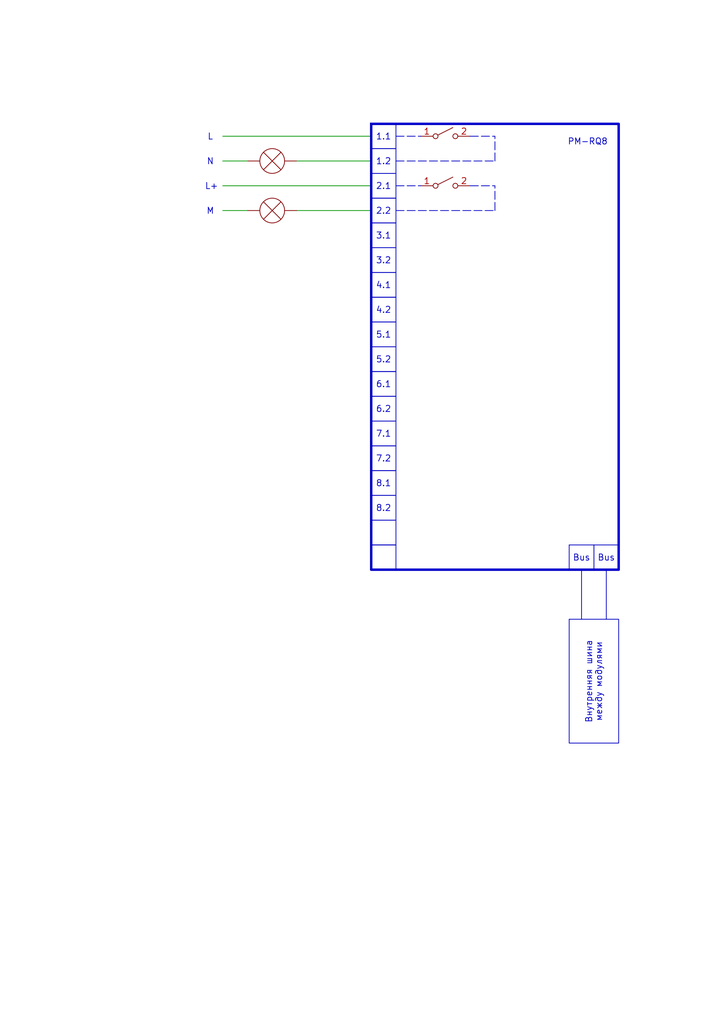
<source format=kicad_sch>
(kicad_sch (version 20231120) (generator "eeschema") (generator_version "8.0")
  (paper "A5" portrait)
  (title_block (title "Схема внешних подключений PM-RQ8") (date "2024-07-12") (comment 2 "Konstantin"))
  (lib_symbols
    (symbol "Device:Lamp" (pin_numbers hide) (pin_names (offset 0.0254) hide)
      (property "Reference" "LA" (at 0.635 3.81 0))
      (property "Value" "Lamp" (at 0.635 -3.81 0))
      (symbol "Lamp_0_1"
        (polyline (pts (xy -1.778 1.778) (xy 1.778 -1.778)))
        (polyline (pts (xy 1.778 1.778) (xy -1.778 -1.778)))
        (circle (center 0 0) (radius 2.54))
      )
      (symbol "Lamp_1_1"
        (pin passive line (at 0 -5.08 90) (length 2.54) (name "-") (number "1"))
        (pin passive line (at 0 5.08 270) (length 2.54) (name "+") (number "2"))
      )
    )
    (symbol "Switch:SW_SPST" (pin_names (offset 0) hide)
      (property "Reference" "SW" (at 0 3.175 0))
      (property "Value" "SW_SPST" (at 0 -2.54 0))
      (symbol "SW_SPST_0_0"
        (circle (center -2.032 0) (radius 0.508))
        (polyline (pts (xy -1.524 0.254) (xy 1.524 1.778)))
        (circle (center 2.032 0) (radius 0.508))
      )
      (symbol "SW_SPST_1_1"
        (pin passive line (at -5.08 0 0) (length 2.54) (name "A") (number "1"))
        (pin passive line (at 5.08 0 180) (length 2.54) (name "B") (number "2"))
      )
    )
  )
  (polyline (pts (xy 81.28 38.1) (xy 86.36 38.1)) (stroke (width 0) (type dash)))
  (polyline (pts (xy 101.6 33.02) (xy 101.6 27.94)) (stroke (width 0) (type dash)))
  (wire (pts (xy 45.72 33.02) (xy 50.8 33.02)))
  (wire (pts (xy 60.96 43.18) (xy 76.2 43.18)))
  (polyline (pts (xy 81.28 27.94) (xy 86.36 27.94)) (stroke (width 0) (type dash)))
  (polyline (pts (xy 119.38 116.84) (xy 119.38 127)))
  (wire (pts (xy 45.72 43.18) (xy 50.8 43.18)))
  (polyline (pts (xy 101.6 43.18) (xy 101.6 38.1)) (stroke (width 0) (type dash)))
  (wire (pts (xy 60.96 33.02) (xy 76.2 33.02)))
  (wire (pts (xy 45.72 27.94) (xy 76.2 27.94)))
  (polyline (pts (xy 96.52 38.1) (xy 101.6 38.1)) (stroke (width 0) (type dash)))
  (polyline (pts (xy 124.46 116.84) (xy 124.46 127)))
  (polyline (pts (xy 81.28 33.02) (xy 101.6 33.02)) (stroke (width 0) (type dash)))
  (polyline (pts (xy 81.28 43.18) (xy 101.6 43.18)) (stroke (width 0) (type dash)))
  (polyline (pts (xy 96.52 27.94) (xy 101.6 27.94)) (stroke (width 0) (type dash)))
  (wire (pts (xy 45.72 38.1) (xy 76.2 38.1)))
  (rectangle (start 76.2 111.76) (end 81.28 116.84))
  (rectangle (start 76.2 25.4) (end 127 116.84) (stroke (width 0.5)))
  (rectangle (start 76.2 106.68) (end 81.28 111.76))
  (text_box "2.2" (at 76.2 40.64 0) (size 5.08 5.08) (effects (font (size 1.27 1.27))))
  (text_box "8.2" (at 76.2 101.6 0) (size 5.08 5.08) (effects (font (size 1.27 1.27))))
  (text_box "Bus" (at 121.92 111.76 0) (size 5.08 5.08) (effects (font (size 1.27 1.27))))
  (text_box "5.1" (at 76.2 66.04 0) (size 5.08 5.08) (effects (font (size 1.27 1.27))))
  (text_box "1.2" (at 76.2 30.48 0) (size 5.08 5.08) (effects (font (size 1.27 1.27))))
  (text_box "2.1" (at 76.2 35.56 0) (size 5.08 5.08) (effects (font (size 1.27 1.27))))
  (text_box "6.2" (at 76.2 81.28 0) (size 5.08 5.08) (effects (font (size 1.27 1.27))))
  (text_box "4.1" (at 76.2 55.88 0) (size 5.08 5.08) (effects (font (size 1.27 1.27))))
  (text_box "5.2" (at 76.2 71.12 0) (size 5.08 5.08) (effects (font (size 1.27 1.27))))
  (text_box "4.2" (at 76.2 60.96 0) (size 5.08 5.08) (effects (font (size 1.27 1.27))))
  (text_box "3.1" (at 76.2 45.72 0) (size 5.08 5.08) (effects (font (size 1.27 1.27))))
  (text_box "8.1" (at 76.2 96.52 0) (size 5.08 5.08) (effects (font (size 1.27 1.27))))
  (text_box "Bus" (at 116.84 111.76 0) (size 5.08 5.08) (effects (font (size 1.27 1.27))))
  (text_box "Внутренняя шина между модулями" (at 116.84 127 90) (size 10.16 25.4) (effects (font (size 1.27 1.27))))
  (text_box "7.2" (at 76.2 91.44 0) (size 5.08 5.08) (effects (font (size 1.27 1.27))))
  (text_box "7.1" (at 76.2 86.36 0) (size 5.08 5.08) (effects (font (size 1.27 1.27))))
  (text_box "1.1" (at 76.2 25.4 0) (size 5.08 5.08) (effects (font (size 1.27 1.27))))
  (text_box "6.1" (at 76.2 76.2 0) (size 5.08 5.08) (effects (font (size 1.27 1.27))))
  (text_box "3.2" (at 76.2 50.8 0) (size 5.08 5.08) (effects (font (size 1.27 1.27))))
  (text "N" (at 43.18 33.274 0) (effects (font (size 1.27 1.27))))
  (text "L+" (at 43.434 38.354 0) (effects (font (size 1.27 1.27))))
  (text "M" (at 43.18 43.434 0) (effects (font (size 1.27 1.27))))
  (text "L" (at 43.18 28.194 0) (effects (font (size 1.27 1.27))))
  (text "PM-RQ8" (at 120.65 29.21 0) (effects (font (size 1.27 1.27))))
  (symbol (lib_id "Device:Lamp") (at 55.88 33.02 90) (unit 1)
    (property "Reference" "LA1" (effects (hide yes)))
    (property "Value" "Lamp" (effects (hide yes)))
    (property "Description" "Lamp" (effects (hide yes)))
  )
  (symbol (lib_id "Switch:SW_SPST") (at 91.44 27.94 0) (unit 1)
    (property "Reference" "SW1" (effects (hide yes)))
    (property "Value" "SW_SPST" (effects (hide yes)))
    (property "Description" "Single Pole Single Throw (SPST) switch" (effects (hide yes)))
  )
  (symbol (lib_id "Device:Lamp") (at 55.88 43.18 90) (unit 1)
    (property "Reference" "LA2" (effects (hide yes)))
    (property "Value" "Lamp" (effects (hide yes)))
    (property "Description" "Lamp" (effects (hide yes)))
  )
  (symbol (lib_id "Switch:SW_SPST") (at 91.44 38.1 0) (unit 1)
    (property "Reference" "SW3" (effects (hide yes)))
    (property "Value" "SW_SPST" (effects (hide yes)))
    (property "Description" "Single Pole Single Throw (SPST) switch" (effects (hide yes)))
  )
)
</source>
